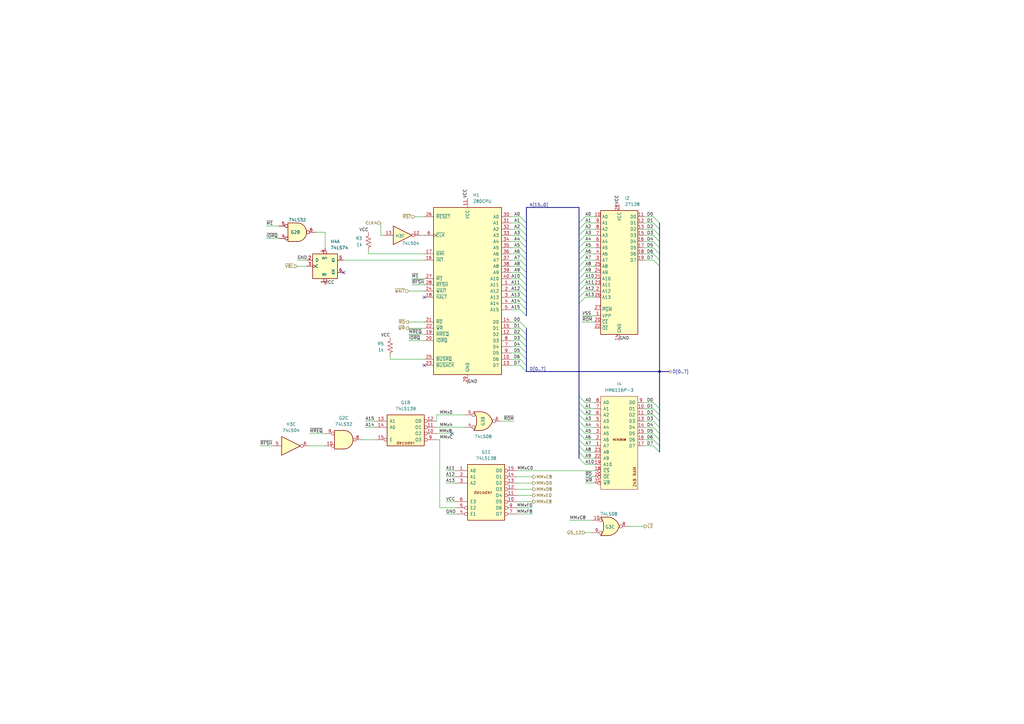
<source format=kicad_sch>
(kicad_sch (version 20231120) (generator "eeschema") (generator_version "8.0")
  (paper "A3")
  (title_block (title "Subordinate CPU") (date "2024-10-12") (company "JOTEGO") (comment 1 "Jose Tejada"))
  (lib_symbols
    (symbol "74xx:74LS04"
      (property "Reference" "U" (at 0 1.27 0))
      (property "Value" "74LS04" (at 0 -1.27 0))
      (symbol "74LS04_1_0"
        (polyline (pts (xy -3.81 3.81) (xy -3.81 -3.81) (xy 3.81 0) (xy -3.81 3.81)) (stroke (width 0.254)) (fill (type background)))
        (pin input line (at -7.62 0 0) (length 3.81) (name "~") (number "1"))
        (pin output inverted (at 7.62 0 180) (length 3.81) (name "~") (number "2"))
      )
      (symbol "74LS04_2_0"
        (polyline (pts (xy -3.81 3.81) (xy -3.81 -3.81) (xy 3.81 0) (xy -3.81 3.81)) (stroke (width 0.254)) (fill (type background)))
        (pin input line (at -7.62 0 0) (length 3.81) (name "~") (number "3"))
        (pin output inverted (at 7.62 0 180) (length 3.81) (name "~") (number "4"))
      )
      (symbol "74LS04_3_0"
        (polyline (pts (xy -3.81 3.81) (xy -3.81 -3.81) (xy 3.81 0) (xy -3.81 3.81)) (stroke (width 0.254)) (fill (type background)))
        (pin input line (at -7.62 0 0) (length 3.81) (name "~") (number "5"))
        (pin output inverted (at 7.62 0 180) (length 3.81) (name "~") (number "6"))
      )
      (symbol "74LS04_4_0"
        (polyline (pts (xy -3.81 3.81) (xy -3.81 -3.81) (xy 3.81 0) (xy -3.81 3.81)) (stroke (width 0.254)) (fill (type background)))
        (pin output inverted (at 7.62 0 180) (length 3.81) (name "~") (number "8"))
        (pin input line (at -7.62 0 0) (length 3.81) (name "~") (number "9"))
      )
      (symbol "74LS04_5_0"
        (polyline (pts (xy -3.81 3.81) (xy -3.81 -3.81) (xy 3.81 0) (xy -3.81 3.81)) (stroke (width 0.254)) (fill (type background)))
        (pin output inverted (at 7.62 0 180) (length 3.81) (name "~") (number "10"))
        (pin input line (at -7.62 0 0) (length 3.81) (name "~") (number "11"))
      )
      (symbol "74LS04_6_0"
        (polyline (pts (xy -3.81 3.81) (xy -3.81 -3.81) (xy 3.81 0) (xy -3.81 3.81)) (stroke (width 0.254)) (fill (type background)))
        (pin output inverted (at 7.62 0 180) (length 3.81) (name "~") (number "12"))
        (pin input line (at -7.62 0 0) (length 3.81) (name "~") (number "13"))
      )
      (symbol "74LS04_7_0"
        (pin power_in line (at 0 12.7 270) (length 5.08) (name "VCC") (number "14"))
        (pin power_in line (at 0 -12.7 90) (length 5.08) (name "GND") (number "7"))
      )
      (symbol "74LS04_7_1"
        (rectangle (start -5.08 7.62) (end 5.08 -7.62) (stroke (width 0.254)) (fill (type background)))
      )
    )
    (symbol "CPU:Z80CPU" (pin_names (offset 1.016))
      (property "Reference" "U" (at -13.97 35.56 0))
      (property "Value" "Z80CPU" (at 6.35 35.56 0))
      (symbol "Z80CPU_0_1"
        (rectangle (start -13.97 34.29) (end 13.97 -34.29) (stroke (width 0.254)) (fill (type background)))
      )
      (symbol "Z80CPU_1_1"
        (pin output line (at 17.78 2.54 180) (length 3.81) (name "A11") (number "1"))
        (pin bidirectional line (at 17.78 -27.94 180) (length 3.81) (name "D6") (number "10"))
        (pin power_in line (at 0 38.1 270) (length 3.81) (name "VCC") (number "11"))
        (pin bidirectional line (at 17.78 -17.78 180) (length 3.81) (name "D2") (number "12"))
        (pin bidirectional line (at 17.78 -30.48 180) (length 3.81) (name "D7") (number "13"))
        (pin bidirectional line (at 17.78 -12.7 180) (length 3.81) (name "D0") (number "14"))
        (pin bidirectional line (at 17.78 -15.24 180) (length 3.81) (name "D1") (number "15"))
        (pin input line (at -17.78 12.7 0) (length 3.81) (name "~{INT}") (number "16"))
        (pin input line (at -17.78 15.24 0) (length 3.81) (name "~{NMI}") (number "17"))
        (pin output line (at -17.78 -2.54 0) (length 3.81) (name "~{HALT}") (number "18"))
        (pin output line (at -17.78 -17.78 0) (length 3.81) (name "~{MREQ}") (number "19"))
        (pin output line (at 17.78 0 180) (length 3.81) (name "A12") (number "2"))
        (pin output line (at -17.78 -20.32 0) (length 3.81) (name "~{IORQ}") (number "20"))
        (pin output line (at -17.78 -12.7 0) (length 3.81) (name "~{RD}") (number "21"))
        (pin output line (at -17.78 -15.24 0) (length 3.81) (name "~{WR}") (number "22"))
        (pin output line (at -17.78 -30.48 0) (length 3.81) (name "~{BUSACK}") (number "23"))
        (pin input line (at -17.78 0 0) (length 3.81) (name "~{WAIT}") (number "24"))
        (pin input line (at -17.78 -27.94 0) (length 3.81) (name "~{BUSRQ}") (number "25"))
        (pin input line (at -17.78 30.48 0) (length 3.81) (name "~{RESET}") (number "26"))
        (pin output line (at -17.78 5.08 0) (length 3.81) (name "~{M1}") (number "27"))
        (pin output line (at -17.78 2.54 0) (length 3.81) (name "~{RFSH}") (number "28"))
        (pin power_in line (at 0 -38.1 90) (length 3.81) (name "GND") (number "29"))
        (pin output line (at 17.78 -2.54 180) (length 3.81) (name "A13") (number "3"))
        (pin output line (at 17.78 30.48 180) (length 3.81) (name "A0") (number "30"))
        (pin output line (at 17.78 27.94 180) (length 3.81) (name "A1") (number "31"))
        (pin output line (at 17.78 25.4 180) (length 3.81) (name "A2") (number "32"))
        (pin output line (at 17.78 22.86 180) (length 3.81) (name "A3") (number "33"))
        (pin output line (at 17.78 20.32 180) (length 3.81) (name "A4") (number "34"))
        (pin output line (at 17.78 17.78 180) (length 3.81) (name "A5") (number "35"))
        (pin output line (at 17.78 15.24 180) (length 3.81) (name "A6") (number "36"))
        (pin output line (at 17.78 12.7 180) (length 3.81) (name "A7") (number "37"))
        (pin output line (at 17.78 10.16 180) (length 3.81) (name "A8") (number "38"))
        (pin output line (at 17.78 7.62 180) (length 3.81) (name "A9") (number "39"))
        (pin output line (at 17.78 -5.08 180) (length 3.81) (name "A14") (number "4"))
        (pin output line (at 17.78 5.08 180) (length 3.81) (name "A10") (number "40"))
        (pin output line (at 17.78 -7.62 180) (length 3.81) (name "A15") (number "5"))
        (pin input clock (at -17.78 22.86 0) (length 3.81) (name "~{CLK}") (number "6"))
        (pin bidirectional line (at 17.78 -22.86 180) (length 3.81) (name "D4") (number "7"))
        (pin bidirectional line (at 17.78 -20.32 180) (length 3.81) (name "D3") (number "8"))
        (pin bidirectional line (at 17.78 -25.4 180) (length 3.81) (name "D5") (number "9"))
      )
    )
    (symbol "Device:R_US" (pin_numbers hide) (pin_names (offset 0))
      (property "Reference" "R" (at 2.54 0 90))
      (property "Value" "R_US" (at -2.54 0 90))
      (symbol "R_US_0_1"
        (polyline (pts (xy 0 -2.286) (xy 0 -2.54)))
        (polyline (pts (xy 0 2.286) (xy 0 2.54)))
        (polyline (pts (xy 0 -0.762) (xy 1.016 -1.143) (xy 0 -1.524) (xy -1.016 -1.905) (xy 0 -2.286)))
        (polyline (pts (xy 0 0.762) (xy 1.016 0.381) (xy 0 0) (xy -1.016 -0.381) (xy 0 -0.762)))
        (polyline (pts (xy 0 2.286) (xy 1.016 1.905) (xy 0 1.524) (xy -1.016 1.143) (xy 0 0.762)))
      )
      (symbol "R_US_1_1"
        (pin passive line (at 0 3.81 270) (length 1.27) (name "~") (number "1"))
        (pin passive line (at 0 -3.81 90) (length 1.27) (name "~") (number "2"))
      )
    )
    (symbol "HM6116P-3_1" (pin_names (offset 1.016))
      (property "Reference" "U" (at 0 21.59 0))
      (property "Value" "HM6116P-3" (at 1.27 19.05 0))
      (symbol "HM6116P-3_1_0_0"
        (text "2kB RAM" (at 6.35 -15.24 900) (effects (font (size 1.27 1.27))))
        (text "MCM2018" (at 0 0 0) (effects (font (size 0.762 0.762))))
      )
      (symbol "HM6116P-3_1_0_1"
        (rectangle (start -7.62 17.78) (end 7.62 -20.32) (fill (type background)))
      )
      (symbol "HM6116P-3_1_1_1"
        (pin input line (at -10.16 -2.54 0) (length 2.54) (name "A7") (number "1"))
        (pin tri_state line (at 10.16 12.7 180) (length 2.54) (name "D1") (number "10"))
        (pin tri_state line (at 10.16 10.16 180) (length 2.54) (name "D2") (number "11"))
        (pin power_in line (at 0 -20.32 90) (length 5.08) hide (name "VSS") (number "12"))
        (pin tri_state line (at 10.16 7.62 180) (length 2.54) (name "D3") (number "13"))
        (pin tri_state line (at 10.16 5.08 180) (length 2.54) (name "D4") (number "14"))
        (pin tri_state line (at 10.16 2.54 180) (length 2.54) (name "D5") (number "15"))
        (pin tri_state line (at 10.16 0 180) (length 2.54) (name "D6") (number "16"))
        (pin tri_state line (at 10.16 -2.54 180) (length 2.54) (name "D7") (number "17"))
        (pin input inverted (at -10.16 -12.7 0) (length 2.54) (name "~{CS}") (number "18"))
        (pin input line (at -10.16 -10.16 0) (length 2.54) (name "A10") (number "19"))
        (pin input line (at -10.16 0 0) (length 2.54) (name "A6") (number "2"))
        (pin input inverted (at -10.16 -15.24 0) (length 2.54) (name "~{OE}") (number "20"))
        (pin input inverted (at -10.16 -17.78 0) (length 2.54) (name "~{WR}") (number "21"))
        (pin input line (at -10.16 -7.62 0) (length 2.54) (name "A9") (number "22"))
        (pin input line (at -10.16 -5.08 0) (length 2.54) (name "A8") (number "23"))
        (pin power_in line (at 0 17.78 270) (length 5.08) hide (name "VCC") (number "24"))
        (pin input line (at -10.16 2.54 0) (length 2.54) (name "A5") (number "3"))
        (pin input line (at -10.16 5.08 0) (length 2.54) (name "A4") (number "4"))
        (pin input line (at -10.16 7.62 0) (length 2.54) (name "A3") (number "5"))
        (pin input line (at -10.16 10.16 0) (length 2.54) (name "A2") (number "6"))
        (pin input line (at -10.16 12.7 0) (length 2.54) (name "A1") (number "7"))
        (pin input line (at -10.16 15.24 0) (length 2.54) (name "A0") (number "8"))
        (pin tri_state line (at 10.16 15.24 180) (length 2.54) (name "D0") (number "9"))
      )
    )
    (symbol "Memory_EPROM:27128"
      (property "Reference" "U" (at -7.62 26.67 0))
      (property "Value" "27128" (at 2.54 -26.67 0))
      (symbol "27128_1_1"
        (rectangle (start -7.62 25.4) (end 7.62 -25.4) (stroke (width 0.254)) (fill (type background)))
        (pin input line (at -10.16 -17.78 0) (length 2.54) (name "VPP") (number "1"))
        (pin input line (at -10.16 22.86 0) (length 2.54) (name "A0") (number "10"))
        (pin tri_state line (at 10.16 22.86 180) (length 2.54) (name "D0") (number "11"))
        (pin tri_state line (at 10.16 20.32 180) (length 2.54) (name "D1") (number "12"))
        (pin tri_state line (at 10.16 17.78 180) (length 2.54) (name "D2") (number "13"))
        (pin power_in line (at 0 -27.94 90) (length 2.54) (name "GND") (number "14"))
        (pin tri_state line (at 10.16 15.24 180) (length 2.54) (name "D3") (number "15"))
        (pin tri_state line (at 10.16 12.7 180) (length 2.54) (name "D4") (number "16"))
        (pin tri_state line (at 10.16 10.16 180) (length 2.54) (name "D5") (number "17"))
        (pin tri_state line (at 10.16 7.62 180) (length 2.54) (name "D6") (number "18"))
        (pin tri_state line (at 10.16 5.08 180) (length 2.54) (name "D7") (number "19"))
        (pin input line (at -10.16 -7.62 0) (length 2.54) (name "A12") (number "2"))
        (pin input line (at -10.16 -20.32 0) (length 2.54) (name "~{CE}") (number "20"))
        (pin input line (at -10.16 -2.54 0) (length 2.54) (name "A10") (number "21"))
        (pin input line (at -10.16 -22.86 0) (length 2.54) (name "~{OE}") (number "22"))
        (pin input line (at -10.16 -5.08 0) (length 2.54) (name "A11") (number "23"))
        (pin input line (at -10.16 0 0) (length 2.54) (name "A9") (number "24"))
        (pin input line (at -10.16 2.54 0) (length 2.54) (name "A8") (number "25"))
        (pin input line (at -10.16 -10.16 0) (length 2.54) (name "A13") (number "26"))
        (pin input line (at -10.16 -15.24 0) (length 2.54) (name "~{PGM}") (number "27"))
        (pin power_in line (at 0 27.94 270) (length 2.54) (name "VCC") (number "28"))
        (pin input line (at -10.16 5.08 0) (length 2.54) (name "A7") (number "3"))
        (pin input line (at -10.16 7.62 0) (length 2.54) (name "A6") (number "4"))
        (pin input line (at -10.16 10.16 0) (length 2.54) (name "A5") (number "5"))
        (pin input line (at -10.16 12.7 0) (length 2.54) (name "A4") (number "6"))
        (pin input line (at -10.16 15.24 0) (length 2.54) (name "A3") (number "7"))
        (pin input line (at -10.16 17.78 0) (length 2.54) (name "A2") (number "8"))
        (pin input line (at -10.16 20.32 0) (length 2.54) (name "A1") (number "9"))
      )
    )
    (symbol "jt74:74LS08" (pin_names (offset 1.016))
      (property "Reference" "U" (at 0 1.27 0))
      (property "Value" "74LS08" (at 0 -1.27 0))
      (symbol "74LS08_1_1"
        (arc (start 0 -3.81) (mid 3.7934 0) (end 0 3.81) (stroke (width 0.254)) (fill (type background)))
        (polyline (pts (xy 0 3.81) (xy -3.81 3.81) (xy -3.81 -3.81) (xy 0 -3.81)) (stroke (width 0.254)) (fill (type background)))
        (pin input line (at -7.62 2.54 0) (length 3.81) (name "~") (number "1"))
        (pin input line (at -7.62 -2.54 0) (length 3.81) (name "~") (number "2"))
        (pin output line (at 7.62 0 180) (length 3.81) (name "~") (number "3"))
      )
      (symbol "74LS08_1_2"
        (arc (start -3.81 -3.81) (mid -2.589 0) (end -3.81 3.81) (stroke (width 0.254)))
        (arc (start -0.6096 -3.81) (mid 2.1842 -2.5851) (end 3.81 0) (stroke (width 0.254)) (fill (type background)))
        (polyline (pts (xy -3.81 -3.81) (xy -0.635 -3.81)) (stroke (width 0.254)) (fill (type background)))
        (polyline (pts (xy -3.81 3.81) (xy -0.635 3.81)) (stroke (width 0.254)) (fill (type background)))
        (polyline (pts (xy -0.635 3.81) (xy -3.81 3.81) (xy -3.81 3.81) (xy -3.556 3.4036) (xy -3.0226 2.2606) (xy -2.6924 1.0414) (xy -2.6162 -0.254) (xy -2.7686 -1.4986) (xy -3.175 -2.7178) (xy -3.81 -3.81) (xy -3.81 -3.81) (xy -0.635 -3.81)) (stroke (width -25.4)) (fill (type background)))
        (arc (start 3.81 0) (mid 2.1915 2.5936) (end -0.6096 3.81) (stroke (width 0.254)) (fill (type background)))
        (pin input inverted (at -7.62 2.54 0) (length 4.318) (name "~") (number "1"))
        (pin input inverted (at -7.62 -2.54 0) (length 4.318) (name "~") (number "2"))
        (pin output inverted (at 7.62 0 180) (length 3.81) (name "~") (number "3"))
      )
      (symbol "74LS08_2_1"
        (arc (start 0 -3.81) (mid 3.7934 0) (end 0 3.81) (stroke (width 0.254)) (fill (type background)))
        (polyline (pts (xy 0 3.81) (xy -3.81 3.81) (xy -3.81 -3.81) (xy 0 -3.81)) (stroke (width 0.254)) (fill (type background)))
        (pin input line (at -7.62 2.54 0) (length 3.81) (name "~") (number "4"))
        (pin input line (at -7.62 -2.54 0) (length 3.81) (name "~") (number "5"))
        (pin output line (at 7.62 0 180) (length 3.81) (name "~") (number "6"))
      )
      (symbol "74LS08_2_2"
        (arc (start -3.81 -3.81) (mid -2.589 0) (end -3.81 3.81) (stroke (width 0.254)))
        (arc (start -0.6096 -3.81) (mid 2.1842 -2.5851) (end 3.81 0) (stroke (width 0.254)) (fill (type background)))
        (polyline (pts (xy -3.81 -3.81) (xy -0.635 -3.81)) (stroke (width 0.254)) (fill (type background)))
        (polyline (pts (xy -3.81 3.81) (xy -0.635 3.81)) (stroke (width 0.254)) (fill (type background)))
        (polyline (pts (xy -0.635 3.81) (xy -3.81 3.81) (xy -3.81 3.81) (xy -3.556 3.4036) (xy -3.0226 2.2606) (xy -2.6924 1.0414) (xy -2.6162 -0.254) (xy -2.7686 -1.4986) (xy -3.175 -2.7178) (xy -3.81 -3.81) (xy -3.81 -3.81) (xy -0.635 -3.81)) (stroke (width -25.4)) (fill (type background)))
        (arc (start 3.81 0) (mid 2.1915 2.5936) (end -0.6096 3.81) (stroke (width 0.254)) (fill (type background)))
        (pin input inverted (at -7.62 2.54 0) (length 4.318) (name "~") (number "4"))
        (pin input inverted (at -7.62 -2.54 0) (length 4.318) (name "~") (number "5"))
        (pin output inverted (at 7.62 0 180) (length 3.81) (name "~") (number "6"))
      )
      (symbol "74LS08_3_1"
        (arc (start 0 -3.81) (mid 3.7934 0) (end 0 3.81) (stroke (width 0.254)) (fill (type background)))
        (polyline (pts (xy 0 3.81) (xy -3.81 3.81) (xy -3.81 -3.81) (xy 0 -3.81)) (stroke (width 0.254)) (fill (type background)))
        (pin input line (at -7.62 -2.54 0) (length 3.81) (name "~") (number "10"))
        (pin output line (at 7.62 0 180) (length 3.81) (name "~") (number "8"))
        (pin input line (at -7.62 2.54 0) (length 3.81) (name "~") (number "9"))
      )
      (symbol "74LS08_3_2"
        (arc (start -3.81 -3.81) (mid -2.589 0) (end -3.81 3.81) (stroke (width 0.254)))
        (arc (start -0.6096 -3.81) (mid 2.1842 -2.5851) (end 3.81 0) (stroke (width 0.254)) (fill (type background)))
        (polyline (pts (xy -3.81 -3.81) (xy -0.635 -3.81)) (stroke (width 0.254)) (fill (type background)))
        (polyline (pts (xy -3.81 3.81) (xy -0.635 3.81)) (stroke (width 0.254)) (fill (type background)))
        (polyline (pts (xy -0.635 3.81) (xy -3.81 3.81) (xy -3.81 3.81) (xy -3.556 3.4036) (xy -3.0226 2.2606) (xy -2.6924 1.0414) (xy -2.6162 -0.254) (xy -2.7686 -1.4986) (xy -3.175 -2.7178) (xy -3.81 -3.81) (xy -3.81 -3.81) (xy -0.635 -3.81)) (stroke (width -25.4)) (fill (type background)))
        (arc (start 3.81 0) (mid 2.1915 2.5936) (end -0.6096 3.81) (stroke (width 0.254)) (fill (type background)))
        (pin input inverted (at -7.62 -2.54 0) (length 4.318) (name "~") (number "10"))
        (pin output inverted (at 7.62 0 180) (length 3.81) (name "~") (number "8"))
        (pin input inverted (at -7.62 2.54 0) (length 4.318) (name "~") (number "9"))
      )
      (symbol "74LS08_4_1"
        (arc (start 0 -3.81) (mid 3.7934 0) (end 0 3.81) (stroke (width 0.254)) (fill (type background)))
        (polyline (pts (xy 0 3.81) (xy -3.81 3.81) (xy -3.81 -3.81) (xy 0 -3.81)) (stroke (width 0.254)) (fill (type background)))
        (pin output line (at 7.62 0 180) (length 3.81) (name "~") (number "11"))
        (pin input line (at -7.62 2.54 0) (length 3.81) (name "~") (number "12"))
        (pin input line (at -7.62 -2.54 0) (length 3.81) (name "~") (number "13"))
      )
      (symbol "74LS08_4_2"
        (arc (start -3.81 -3.81) (mid -2.589 0) (end -3.81 3.81) (stroke (width 0.254)))
        (arc (start -0.6096 -3.81) (mid 2.1842 -2.5851) (end 3.81 0) (stroke (width 0.254)) (fill (type background)))
        (polyline (pts (xy -3.81 -3.81) (xy -0.635 -3.81)) (stroke (width 0.254)) (fill (type background)))
        (polyline (pts (xy -3.81 3.81) (xy -0.635 3.81)) (stroke (width 0.254)) (fill (type background)))
        (polyline (pts (xy -0.635 3.81) (xy -3.81 3.81) (xy -3.81 3.81) (xy -3.556 3.4036) (xy -3.0226 2.2606) (xy -2.6924 1.0414) (xy -2.6162 -0.254) (xy -2.7686 -1.4986) (xy -3.175 -2.7178) (xy -3.81 -3.81) (xy -3.81 -3.81) (xy -0.635 -3.81)) (stroke (width -25.4)) (fill (type background)))
        (arc (start 3.81 0) (mid 2.1915 2.5936) (end -0.6096 3.81) (stroke (width 0.254)) (fill (type background)))
        (pin output inverted (at 7.62 0 180) (length 3.81) (name "~") (number "11"))
        (pin input inverted (at -7.62 2.54 0) (length 4.318) (name "~") (number "12"))
        (pin input inverted (at -7.62 -2.54 0) (length 4.318) (name "~") (number "13"))
      )
      (symbol "74LS08_5_0"
        (pin power_in line (at 0 7.62 270) (length 5.08) hide (name "VCC") (number "14"))
        (pin power_in line (at 0 -7.62 90) (length 5.08) hide (name "VSS") (number "7"))
      )
      (symbol "74LS08_5_1"
        (rectangle (start -5.08 7.62) (end 5.08 -7.62) (stroke (width 0.254)) (fill (type background)))
      )
    )
    (symbol "jt74:74LS138" (pin_names (offset 1.016))
      (property "Reference" "U" (at 6.35 11.43 0))
      (property "Value" "74LS138" (at 3.81 -13.97 0))
      (symbol "74LS138_0_0"
        (text "decoder" (at -1.27 -1.27 0) (effects (font (size 1.27 1.27))))
      )
      (symbol "74LS138_1_0"
        (pin input line (at -12.7 7.62 0) (length 5.08) (name "A0") (number "1"))
        (pin output inverted (at 12.7 -5.08 180) (length 5.08) (name "O5") (number "10"))
        (pin output inverted (at 12.7 -2.54 180) (length 5.08) (name "O4") (number "11"))
        (pin output inverted (at 12.7 0 180) (length 5.08) (name "O3") (number "12"))
        (pin output inverted (at 12.7 2.54 180) (length 5.08) (name "O2") (number "13"))
        (pin output inverted (at 12.7 5.08 180) (length 5.08) (name "O1") (number "14"))
        (pin output inverted (at 12.7 7.62 180) (length 5.08) (name "O0") (number "15"))
        (pin input line (at -12.7 5.08 0) (length 5.08) (name "A1") (number "2"))
        (pin input line (at -12.7 2.54 0) (length 5.08) (name "A2") (number "3"))
        (pin input inverted (at -12.7 -10.16 0) (length 5.08) (name "E1") (number "4"))
        (pin input inverted (at -12.7 -7.62 0) (length 5.08) (name "E2") (number "5"))
        (pin input line (at -12.7 -5.08 0) (length 5.08) (name "E3") (number "6"))
        (pin output inverted (at 12.7 -10.16 180) (length 5.08) (name "O7") (number "7"))
        (pin output inverted (at 12.7 -7.62 180) (length 5.08) (name "O6") (number "9"))
      )
      (symbol "74LS138_1_1"
        (rectangle (start -7.62 10.16) (end 7.62 -12.7) (stroke (width 0.254)) (fill (type background)))
      )
    )
    (symbol "jt74:74LS139" (pin_names (offset 1.016))
      (property "Reference" "U" (at -7.62 8.89 0))
      (property "Value" "74LS139" (at -7.62 -8.89 0))
      (symbol "74LS139_0_0"
        (text "decoder" (at 0 -6.35 0) (effects (font (size 1.27 1.27))))
      )
      (symbol "74LS139_1_0"
        (pin input inverted (at -12.7 -5.08 0) (length 5.08) (name "E") (number "1"))
        (pin input line (at -12.7 0 0) (length 5.08) (name "A0") (number "2"))
        (pin input line (at -12.7 2.54 0) (length 5.08) (name "A1") (number "3"))
        (pin output inverted (at 12.7 2.54 180) (length 5.08) (name "O0") (number "4"))
        (pin output inverted (at 12.7 0 180) (length 5.08) (name "O1") (number "5"))
        (pin output inverted (at 12.7 -2.54 180) (length 5.08) (name "O2") (number "6"))
        (pin output inverted (at 12.7 -5.08 180) (length 5.08) (name "O3") (number "7"))
      )
      (symbol "74LS139_1_1"
        (rectangle (start -7.62 5.08) (end 7.62 -7.62) (stroke (width 0.254)) (fill (type background)))
      )
      (symbol "74LS139_2_0"
        (pin output inverted (at 12.7 -2.54 180) (length 5.08) (name "O2") (number "10"))
        (pin output inverted (at 12.7 0 180) (length 5.08) (name "O1") (number "11"))
        (pin output inverted (at 12.7 2.54 180) (length 5.08) (name "O0") (number "12"))
        (pin input line (at -12.7 2.54 0) (length 5.08) (name "A1") (number "13"))
        (pin input line (at -12.7 0 0) (length 5.08) (name "A0") (number "14"))
        (pin input inverted (at -12.7 -5.08 0) (length 5.08) (name "E") (number "15"))
        (pin output inverted (at 12.7 -5.08 180) (length 5.08) (name "O3") (number "9"))
      )
      (symbol "74LS139_2_1"
        (rectangle (start -7.62 5.08) (end 7.62 -7.62) (stroke (width 0.254)) (fill (type background)))
      )
      (symbol "74LS139_3_0"
        (pin power_in line (at 0 7.62 270) (length 5.08) hide (name "VCC") (number "16"))
        (pin power_in line (at 0 -7.62 90) (length 5.08) hide (name "VSS") (number "8"))
      )
      (symbol "74LS139_3_1"
        (rectangle (start -5.08 7.62) (end 5.08 -7.62) (stroke (width 0.254)) (fill (type background)))
      )
    )
    (symbol "jt74:74LS32" (pin_names (offset 1.016))
      (property "Reference" "U" (at 0 1.27 0))
      (property "Value" "74LS32" (at 0 -1.27 0))
      (symbol "74LS32_1_1"
        (arc (start -3.81 -3.81) (mid -2.589 0) (end -3.81 3.81) (stroke (width 0.254)))
        (arc (start -0.6096 -3.81) (mid 2.1842 -2.5851) (end 3.81 0) (stroke (width 0.254)) (fill (type background)))
        (polyline (pts (xy -3.81 -3.81) (xy -0.635 -3.81)) (stroke (width 0.254)) (fill (type background)))
        (polyline (pts (xy -3.81 3.81) (xy -0.635 3.81)) (stroke (width 0.254)) (fill (type background)))
        (polyline (pts (xy -0.635 3.81) (xy -3.81 3.81) (xy -3.81 3.81) (xy -3.556 3.4036) (xy -3.0226 2.2606) (xy -2.6924 1.0414) (xy -2.6162 -0.254) (xy -2.7686 -1.4986) (xy -3.175 -2.7178) (xy -3.81 -3.81) (xy -3.81 -3.81) (xy -0.635 -3.81)) (stroke (width -25.4)) (fill (type background)))
        (arc (start 3.81 0) (mid 2.1915 2.5936) (end -0.6096 3.81) (stroke (width 0.254)) (fill (type background)))
        (pin input line (at -7.62 2.54 0) (length 4.318) (name "~") (number "1"))
        (pin input line (at -7.62 -2.54 0) (length 4.318) (name "~") (number "2"))
        (pin output line (at 7.62 0 180) (length 3.81) (name "~") (number "3"))
      )
      (symbol "74LS32_1_2"
        (arc (start 0 -3.81) (mid 3.7934 0) (end 0 3.81) (stroke (width 0.254)) (fill (type background)))
        (polyline (pts (xy 0 3.81) (xy -3.81 3.81) (xy -3.81 -3.81) (xy 0 -3.81)) (stroke (width 0.254)) (fill (type background)))
        (pin input inverted (at -7.62 2.54 0) (length 3.81) (name "~") (number "1"))
        (pin input inverted (at -7.62 -2.54 0) (length 3.81) (name "~") (number "2"))
        (pin output inverted (at 7.62 0 180) (length 3.81) (name "~") (number "3"))
      )
      (symbol "74LS32_2_1"
        (arc (start -3.81 -3.81) (mid -2.589 0) (end -3.81 3.81) (stroke (width 0.254)))
        (arc (start -0.6096 -3.81) (mid 2.1842 -2.5851) (end 3.81 0) (stroke (width 0.254)) (fill (type background)))
        (polyline (pts (xy -3.81 -3.81) (xy -0.635 -3.81)) (stroke (width 0.254)) (fill (type background)))
        (polyline (pts (xy -3.81 3.81) (xy -0.635 3.81)) (stroke (width 0.254)) (fill (type background)))
        (polyline (pts (xy -0.635 3.81) (xy -3.81 3.81) (xy -3.81 3.81) (xy -3.556 3.4036) (xy -3.0226 2.2606) (xy -2.6924 1.0414) (xy -2.6162 -0.254) (xy -2.7686 -1.4986) (xy -3.175 -2.7178) (xy -3.81 -3.81) (xy -3.81 -3.81) (xy -0.635 -3.81)) (stroke (width -25.4)) (fill (type background)))
        (arc (start 3.81 0) (mid 2.1915 2.5936) (end -0.6096 3.81) (stroke (width 0.254)) (fill (type background)))
        (pin input line (at -7.62 2.54 0) (length 4.318) (name "~") (number "4"))
        (pin input line (at -7.62 -2.54 0) (length 4.318) (name "~") (number "5"))
        (pin output line (at 7.62 0 180) (length 3.81) (name "~") (number "6"))
      )
      (symbol "74LS32_2_2"
        (arc (start 0 -3.81) (mid 3.7934 0) (end 0 3.81) (stroke (width 0.254)) (fill (type background)))
        (polyline (pts (xy 0 3.81) (xy -3.81 3.81) (xy -3.81 -3.81) (xy 0 -3.81)) (stroke (width 0.254)) (fill (type background)))
        (pin input inverted (at -7.62 2.54 0) (length 3.81) (name "~") (number "4"))
        (pin input inverted (at -7.62 -2.54 0) (length 3.81) (name "~") (number "5"))
        (pin output inverted (at 7.62 0 180) (length 3.81) (name "~") (number "6"))
      )
      (symbol "74LS32_3_1"
        (arc (start -3.81 -3.81) (mid -2.589 0) (end -3.81 3.81) (stroke (width 0.254)))
        (arc (start -0.6096 -3.81) (mid 2.1842 -2.5851) (end 3.81 0) (stroke (width 0.254)) (fill (type background)))
        (polyline (pts (xy -3.81 -3.81) (xy -0.635 -3.81)) (stroke (width 0.254)) (fill (type background)))
        (polyline (pts (xy -3.81 3.81) (xy -0.635 3.81)) (stroke (width 0.254)) (fill (type background)))
        (polyline (pts (xy -0.635 3.81) (xy -3.81 3.81) (xy -3.81 3.81) (xy -3.556 3.4036) (xy -3.0226 2.2606) (xy -2.6924 1.0414) (xy -2.6162 -0.254) (xy -2.7686 -1.4986) (xy -3.175 -2.7178) (xy -3.81 -3.81) (xy -3.81 -3.81) (xy -0.635 -3.81)) (stroke (width -25.4)) (fill (type background)))
        (arc (start 3.81 0) (mid 2.1915 2.5936) (end -0.6096 3.81) (stroke (width 0.254)) (fill (type background)))
        (pin input line (at -7.62 -2.54 0) (length 4.318) (name "~") (number "10"))
        (pin output line (at 7.62 0 180) (length 3.81) (name "~") (number "8"))
        (pin input line (at -7.62 2.54 0) (length 4.318) (name "~") (number "9"))
      )
      (symbol "74LS32_3_2"
        (arc (start 0 -3.81) (mid 3.7934 0) (end 0 3.81) (stroke (width 0.254)) (fill (type background)))
        (polyline (pts (xy 0 3.81) (xy -3.81 3.81) (xy -3.81 -3.81) (xy 0 -3.81)) (stroke (width 0.254)) (fill (type background)))
        (pin input inverted (at -7.62 -2.54 0) (length 3.81) (name "~") (number "10"))
        (pin output inverted (at 7.62 0 180) (length 3.81) (name "~") (number "8"))
        (pin input inverted (at -7.62 2.54 0) (length 3.81) (name "~") (number "9"))
      )
      (symbol "74LS32_4_1"
        (arc (start -3.81 -3.81) (mid -2.589 0) (end -3.81 3.81) (stroke (width 0.254)))
        (arc (start -0.6096 -3.81) (mid 2.1842 -2.5851) (end 3.81 0) (stroke (width 0.254)) (fill (type background)))
        (polyline (pts (xy -3.81 -3.81) (xy -0.635 -3.81)) (stroke (width 0.254)) (fill (type background)))
        (polyline (pts (xy -3.81 3.81) (xy -0.635 3.81)) (stroke (width 0.254)) (fill (type background)))
        (polyline (pts (xy -0.635 3.81) (xy -3.81 3.81) (xy -3.81 3.81) (xy -3.556 3.4036) (xy -3.0226 2.2606) (xy -2.6924 1.0414) (xy -2.6162 -0.254) (xy -2.7686 -1.4986) (xy -3.175 -2.7178) (xy -3.81 -3.81) (xy -3.81 -3.81) (xy -0.635 -3.81)) (stroke (width -25.4)) (fill (type background)))
        (arc (start 3.81 0) (mid 2.1915 2.5936) (end -0.6096 3.81) (stroke (width 0.254)) (fill (type background)))
        (pin output line (at 7.62 0 180) (length 3.81) (name "~") (number "11"))
        (pin input line (at -7.62 2.54 0) (length 4.318) (name "~") (number "12"))
        (pin input line (at -7.62 -2.54 0) (length 4.318) (name "~") (number "13"))
      )
      (symbol "74LS32_4_2"
        (arc (start 0 -3.81) (mid 3.7934 0) (end 0 3.81) (stroke (width 0.254)) (fill (type background)))
        (polyline (pts (xy 0 3.81) (xy -3.81 3.81) (xy -3.81 -3.81) (xy 0 -3.81)) (stroke (width 0.254)) (fill (type background)))
        (pin output inverted (at 7.62 0 180) (length 3.81) (name "~") (number "11"))
        (pin input inverted (at -7.62 2.54 0) (length 3.81) (name "~") (number "12"))
        (pin input inverted (at -7.62 -2.54 0) (length 3.81) (name "~") (number "13"))
      )
      (symbol "74LS32_5_0"
        (pin power_in line (at 0 7.62 270) (length 5.08) hide (name "VCC") (number "14"))
        (pin power_in line (at 0 -7.62 90) (length 5.08) hide (name "VSS") (number "7"))
      )
      (symbol "74LS32_5_1"
        (rectangle (start -5.08 7.62) (end 5.08 -7.62) (stroke (width 0.254)) (fill (type background)))
      )
    )
    (symbol "jt74:74LS74" (pin_names (offset 1.016))
      (property "Reference" "U" (at 3.81 5.08 0))
      (property "Value" "74LS74" (at 0 0 0))
      (symbol "74LS74_1_0"
        (pin input inverted (at 0 -7.62 90) (length 2.54) (name "~{R}") (number "1"))
        (pin input line (at -7.62 2.54 0) (length 2.54) (name "D") (number "2"))
        (pin input clock (at -7.62 0 0) (length 2.54) (name "C") (number "3"))
        (pin input inverted (at 0 7.62 270) (length 2.54) (name "~{S}") (number "4"))
        (pin output line (at 7.62 2.54 180) (length 2.54) (name "Q") (number "5"))
        (pin output line (at 7.62 -2.54 180) (length 2.54) (name "~{Q}") (number "6"))
      )
      (symbol "74LS74_1_1"
        (rectangle (start -5.08 5.08) (end 5.08 -5.08) (stroke (width 0.254)) (fill (type background)))
      )
      (symbol "74LS74_2_0"
        (pin input clock (at -7.62 0 0) (length 2.54) (name "C") (number "11"))
        (pin input line (at -7.62 2.54 0) (length 2.54) (name "D") (number "12"))
        (pin input line (at 0 -7.62 90) (length 2.54) (name "~{R}") (number "13"))
        (pin output inverted (at 7.62 -2.54 180) (length 2.54) (name "~{Q}") (number "8"))
        (pin output line (at 7.62 2.54 180) (length 2.54) (name "Q") (number "9"))
      )
      (symbol "74LS74_2_1"
        (rectangle (start -5.08 5.08) (end 5.08 -5.08) (stroke (width 0.254)) (fill (type background)))
        (pin input line (at 0 7.62 270) (length 2.54) (name "~{S}") (number "10"))
      )
      (symbol "74LS74_3_0"
        (pin power_in line (at 0 7.62 270) (length 2.54) hide (name "VCC") (number "14"))
        (pin power_in line (at 0 -7.62 90) (length 2.54) hide (name "VSS") (number "7"))
      )
      (symbol "74LS74_3_1"
        (rectangle (start -5.08 7.62) (end 5.08 -7.62) (stroke (width 0.254)) (fill (type background)))
      )
    )
  )
  (junction (at 270.51 152.4))
  (no_connect (at 173.99 121.92))
  (no_connect (at 185.42 177.8))
  (no_connect (at 173.99 149.86))
  (no_connect (at 140.97 111.76))
  (bus_entry (at 267.97 170.18) (size 2.54 2.54))
  (bus_entry (at 213.36 121.92) (size 2.54 2.54))
  (bus_entry (at 240.03 187.96) (size -2.54 -2.54))
  (bus_entry (at 213.36 104.14) (size 2.54 2.54))
  (bus_entry (at 213.36 124.46) (size 2.54 2.54))
  (bus_entry (at 267.97 101.6) (size 2.54 2.54))
  (bus_entry (at 240.03 106.68) (size -2.54 2.54))
  (bus_entry (at 240.03 104.14) (size -2.54 2.54))
  (bus_entry (at 213.36 137.16) (size 2.54 2.54))
  (bus_entry (at 240.03 119.38) (size -2.54 2.54))
  (bus_entry (at 240.03 167.64) (size -2.54 -2.54))
  (bus_entry (at 240.03 172.72) (size -2.54 -2.54))
  (bus_entry (at 213.36 119.38) (size 2.54 2.54))
  (bus_entry (at 240.03 101.6) (size -2.54 2.54))
  (bus_entry (at 267.97 93.98) (size 2.54 2.54))
  (bus_entry (at 240.03 190.5) (size -2.54 -2.54))
  (bus_entry (at 213.36 149.86) (size 2.54 2.54))
  (bus_entry (at 213.36 101.6) (size 2.54 2.54))
  (bus_entry (at 267.97 182.88) (size 2.54 2.54))
  (bus_entry (at 267.97 165.1) (size 2.54 2.54))
  (bus_entry (at 240.03 165.1) (size -2.54 -2.54))
  (bus_entry (at 213.36 116.84) (size 2.54 2.54))
  (bus_entry (at 240.03 175.26) (size -2.54 -2.54))
  (bus_entry (at 240.03 177.8) (size -2.54 -2.54))
  (bus_entry (at 240.03 170.18) (size -2.54 -2.54))
  (bus_entry (at 213.36 111.76) (size 2.54 2.54))
  (bus_entry (at 213.36 96.52) (size 2.54 2.54))
  (bus_entry (at 213.36 127) (size 2.54 2.54))
  (bus_entry (at 240.03 116.84) (size -2.54 2.54))
  (bus_entry (at 240.03 109.22) (size -2.54 2.54))
  (bus_entry (at 213.36 147.32) (size 2.54 2.54))
  (bus_entry (at 240.03 185.42) (size -2.54 -2.54))
  (bus_entry (at 240.03 111.76) (size -2.54 2.54))
  (bus_entry (at 267.97 177.8) (size 2.54 2.54))
  (bus_entry (at 213.36 99.06) (size 2.54 2.54))
  (bus_entry (at 213.36 132.08) (size 2.54 2.54))
  (bus_entry (at 240.03 91.44) (size -2.54 2.54))
  (bus_entry (at 213.36 91.44) (size 2.54 2.54))
  (bus_entry (at 267.97 99.06) (size 2.54 2.54))
  (bus_entry (at 267.97 88.9) (size 2.54 2.54))
  (bus_entry (at 213.36 134.62) (size 2.54 2.54))
  (bus_entry (at 240.03 93.98) (size -2.54 2.54))
  (bus_entry (at 267.97 172.72) (size 2.54 2.54))
  (bus_entry (at 267.97 91.44) (size 2.54 2.54))
  (bus_entry (at 240.03 182.88) (size -2.54 -2.54))
  (bus_entry (at 267.97 175.26) (size 2.54 2.54))
  (bus_entry (at 213.36 106.68) (size 2.54 2.54))
  (bus_entry (at 213.36 144.78) (size 2.54 2.54))
  (bus_entry (at 240.03 180.34) (size -2.54 -2.54))
  (bus_entry (at 267.97 104.14) (size 2.54 2.54))
  (bus_entry (at 213.36 114.3) (size 2.54 2.54))
  (bus_entry (at 267.97 106.68) (size 2.54 2.54))
  (bus_entry (at 240.03 99.06) (size -2.54 2.54))
  (bus_entry (at 213.36 88.9) (size 2.54 2.54))
  (bus_entry (at 213.36 139.7) (size 2.54 2.54))
  (bus_entry (at 240.03 96.52) (size -2.54 2.54))
  (bus_entry (at 267.97 96.52) (size 2.54 2.54))
  (bus_entry (at 267.97 180.34) (size 2.54 2.54))
  (bus_entry (at 240.03 114.3) (size -2.54 2.54))
  (bus_entry (at 240.03 121.92) (size -2.54 2.54))
  (bus_entry (at 213.36 93.98) (size 2.54 2.54))
  (bus_entry (at 240.03 88.9) (size -2.54 2.54))
  (bus_entry (at 213.36 109.22) (size 2.54 2.54))
  (bus_entry (at 267.97 167.64) (size 2.54 2.54))
  (bus_entry (at 213.36 142.24) (size 2.54 2.54))
  (wire (pts (xy 167.64 139.7) (xy 173.99 139.7)))
  (wire (pts (xy 180.34 208.28) (xy 186.69 208.28)))
  (bus (pts (xy 215.9 147.32) (xy 215.9 149.86)))
  (bus (pts (xy 215.9 127) (xy 215.9 124.46)))
  (wire (pts (xy 209.55 127) (xy 213.36 127)))
  (wire (pts (xy 264.16 180.34) (xy 267.97 180.34)))
  (bus (pts (xy 215.9 119.38) (xy 215.9 116.84)))
  (wire (pts (xy 209.55 137.16) (xy 213.36 137.16)))
  (bus (pts (xy 215.9 116.84) (xy 215.9 114.3)))
  (wire (pts (xy 243.84 116.84) (xy 240.03 116.84)))
  (bus (pts (xy 237.49 180.34) (xy 237.49 182.88)))
  (wire (pts (xy 243.84 96.52) (xy 240.03 96.52)))
  (wire (pts (xy 180.34 180.34) (xy 179.07 180.34)))
  (bus (pts (xy 215.9 99.06) (xy 215.9 96.52)))
  (wire (pts (xy 264.16 99.06) (xy 267.97 99.06)))
  (bus (pts (xy 237.49 175.26) (xy 237.49 177.8)))
  (wire (pts (xy 209.55 109.22) (xy 213.36 109.22)))
  (wire (pts (xy 264.16 215.9) (xy 257.81 215.9)))
  (wire (pts (xy 212.09 210.82) (xy 218.44 210.82)))
  (wire (pts (xy 180.34 180.34) (xy 180.34 208.28)))
  (wire (pts (xy 182.88 198.12) (xy 186.69 198.12)))
  (wire (pts (xy 209.55 93.98) (xy 213.36 93.98)))
  (bus (pts (xy 237.49 114.3) (xy 237.49 116.84)))
  (wire (pts (xy 240.03 198.12) (xy 243.84 198.12)))
  (wire (pts (xy 243.84 93.98) (xy 240.03 93.98)))
  (wire (pts (xy 218.44 195.58) (xy 212.09 195.58)))
  (wire (pts (xy 264.16 88.9) (xy 267.97 88.9)))
  (wire (pts (xy 264.16 167.64) (xy 267.97 167.64)))
  (bus (pts (xy 270.51 104.14) (xy 270.51 106.68)))
  (wire (pts (xy 179.07 170.18) (xy 190.5 170.18)))
  (wire (pts (xy 264.16 96.52) (xy 267.97 96.52)))
  (wire (pts (xy 133.35 95.25) (xy 133.35 101.6)))
  (bus (pts (xy 237.49 96.52) (xy 237.49 99.06)))
  (wire (pts (xy 167.64 134.62) (xy 173.99 134.62)))
  (wire (pts (xy 212.09 205.74) (xy 218.44 205.74)))
  (wire (pts (xy 264.16 106.68) (xy 267.97 106.68)))
  (wire (pts (xy 209.55 134.62) (xy 213.36 134.62)))
  (wire (pts (xy 243.84 114.3) (xy 240.03 114.3)))
  (wire (pts (xy 243.84 111.76) (xy 240.03 111.76)))
  (bus (pts (xy 270.51 180.34) (xy 270.51 182.88)))
  (wire (pts (xy 106.68 182.88) (xy 111.76 182.88)))
  (wire (pts (xy 212.09 198.12) (xy 218.44 198.12)))
  (wire (pts (xy 149.86 172.72) (xy 153.67 172.72)))
  (bus (pts (xy 270.51 167.64) (xy 270.51 170.18)))
  (bus (pts (xy 270.51 106.68) (xy 270.51 109.22)))
  (wire (pts (xy 264.16 101.6) (xy 267.97 101.6)))
  (wire (pts (xy 182.88 195.58) (xy 186.69 195.58)))
  (wire (pts (xy 264.16 170.18) (xy 267.97 170.18)))
  (bus (pts (xy 215.9 104.14) (xy 215.9 101.6)))
  (wire (pts (xy 209.55 147.32) (xy 213.36 147.32)))
  (bus (pts (xy 270.51 152.4) (xy 270.51 167.64)))
  (bus (pts (xy 215.9 139.7) (xy 215.9 142.24)))
  (wire (pts (xy 243.84 180.34) (xy 240.03 180.34)))
  (wire (pts (xy 121.92 109.22) (xy 125.73 109.22)))
  (wire (pts (xy 243.84 106.68) (xy 240.03 106.68)))
  (wire (pts (xy 264.16 182.88) (xy 267.97 182.88)))
  (bus (pts (xy 237.49 104.14) (xy 237.49 106.68)))
  (bus (pts (xy 270.51 91.44) (xy 270.51 93.98)))
  (wire (pts (xy 209.55 116.84) (xy 213.36 116.84)))
  (wire (pts (xy 209.55 139.7) (xy 213.36 139.7)))
  (wire (pts (xy 264.16 91.44) (xy 267.97 91.44)))
  (wire (pts (xy 209.55 142.24) (xy 213.36 142.24)))
  (wire (pts (xy 209.55 114.3) (xy 213.36 114.3)))
  (wire (pts (xy 243.84 190.5) (xy 240.03 190.5)))
  (wire (pts (xy 156.21 96.52) (xy 157.48 96.52)))
  (bus (pts (xy 237.49 124.46) (xy 237.49 162.56)))
  (wire (pts (xy 264.16 165.1) (xy 267.97 165.1)))
  (wire (pts (xy 109.22 97.79) (xy 114.3 97.79)))
  (wire (pts (xy 240.03 195.58) (xy 243.84 195.58)))
  (wire (pts (xy 240.03 218.44) (xy 242.57 218.44)))
  (wire (pts (xy 243.84 165.1) (xy 240.03 165.1)))
  (wire (pts (xy 160.02 147.32) (xy 160.02 146.05)))
  (bus (pts (xy 270.51 96.52) (xy 270.51 99.06)))
  (wire (pts (xy 264.16 93.98) (xy 267.97 93.98)))
  (bus (pts (xy 237.49 119.38) (xy 237.49 121.92)))
  (bus (pts (xy 237.49 170.18) (xy 237.49 172.72)))
  (wire (pts (xy 243.84 182.88) (xy 240.03 182.88)))
  (wire (pts (xy 209.55 101.6) (xy 213.36 101.6)))
  (wire (pts (xy 243.84 88.9) (xy 240.03 88.9)))
  (wire (pts (xy 264.16 175.26) (xy 267.97 175.26)))
  (wire (pts (xy 121.92 106.68) (xy 125.73 106.68)))
  (bus (pts (xy 270.51 109.22) (xy 270.51 152.4)))
  (wire (pts (xy 172.72 96.52) (xy 173.99 96.52)))
  (wire (pts (xy 179.07 172.72) (xy 179.07 170.18)))
  (wire (pts (xy 212.09 208.28) (xy 218.44 208.28)))
  (wire (pts (xy 212.09 200.66) (xy 218.44 200.66)))
  (bus (pts (xy 237.49 165.1) (xy 237.49 167.64)))
  (wire (pts (xy 170.18 88.9) (xy 173.99 88.9)))
  (bus (pts (xy 215.9 137.16) (xy 215.9 139.7)))
  (wire (pts (xy 182.88 205.74) (xy 186.69 205.74)))
  (wire (pts (xy 209.55 104.14) (xy 213.36 104.14)))
  (wire (pts (xy 148.59 180.34) (xy 153.67 180.34)))
  (bus (pts (xy 215.9 109.22) (xy 215.9 106.68)))
  (bus (pts (xy 237.49 162.56) (xy 237.49 165.1)))
  (bus (pts (xy 270.51 152.4) (xy 274.32 152.4)))
  (wire (pts (xy 151.13 102.87) (xy 151.13 104.14)))
  (wire (pts (xy 127 177.8) (xy 133.35 177.8)))
  (bus (pts (xy 270.51 93.98) (xy 270.51 96.52)))
  (wire (pts (xy 243.84 99.06) (xy 240.03 99.06)))
  (wire (pts (xy 243.84 109.22) (xy 240.03 109.22)))
  (wire (pts (xy 209.55 149.86) (xy 213.36 149.86)))
  (bus (pts (xy 237.49 109.22) (xy 237.49 111.76)))
  (bus (pts (xy 237.49 182.88) (xy 237.49 185.42)))
  (wire (pts (xy 209.55 121.92) (xy 213.36 121.92)))
  (wire (pts (xy 243.84 121.92) (xy 240.03 121.92)))
  (wire (pts (xy 179.07 177.8) (xy 185.42 177.8)))
  (wire (pts (xy 233.68 213.36) (xy 242.57 213.36)))
  (bus (pts (xy 237.49 121.92) (xy 237.49 124.46)))
  (bus (pts (xy 237.49 177.8) (xy 237.49 180.34)))
  (wire (pts (xy 243.84 104.14) (xy 240.03 104.14)))
  (wire (pts (xy 243.84 170.18) (xy 240.03 170.18)))
  (bus (pts (xy 215.9 152.4) (xy 270.51 152.4)))
  (bus (pts (xy 270.51 99.06) (xy 270.51 101.6)))
  (bus (pts (xy 215.9 114.3) (xy 215.9 111.76)))
  (wire (pts (xy 243.84 175.26) (xy 240.03 175.26)))
  (wire (pts (xy 209.55 99.06) (xy 213.36 99.06)))
  (bus (pts (xy 237.49 167.64) (xy 237.49 170.18)))
  (wire (pts (xy 209.55 106.68) (xy 213.36 106.68)))
  (bus (pts (xy 215.9 129.54) (xy 215.9 127)))
  (wire (pts (xy 173.99 147.32) (xy 160.02 147.32)))
  (bus (pts (xy 215.9 106.68) (xy 215.9 104.14)))
  (bus (pts (xy 237.49 85.09) (xy 237.49 91.44)))
  (wire (pts (xy 209.55 144.78) (xy 213.36 144.78)))
  (wire (pts (xy 168.91 116.84) (xy 173.99 116.84)))
  (bus (pts (xy 215.9 144.78) (xy 215.9 147.32)))
  (bus (pts (xy 215.9 96.52) (xy 215.9 93.98)))
  (wire (pts (xy 182.88 193.04) (xy 186.69 193.04)))
  (bus (pts (xy 215.9 101.6) (xy 215.9 99.06)))
  (wire (pts (xy 179.07 175.26) (xy 190.5 175.26)))
  (wire (pts (xy 238.76 129.54) (xy 243.84 129.54)))
  (wire (pts (xy 182.88 210.82) (xy 186.69 210.82)))
  (wire (pts (xy 168.91 114.3) (xy 173.99 114.3)))
  (wire (pts (xy 243.84 167.64) (xy 240.03 167.64)))
  (bus (pts (xy 215.9 121.92) (xy 215.9 119.38)))
  (bus (pts (xy 237.49 106.68) (xy 237.49 109.22)))
  (bus (pts (xy 237.49 172.72) (xy 237.49 175.26)))
  (wire (pts (xy 209.55 132.08) (xy 213.36 132.08)))
  (bus (pts (xy 237.49 116.84) (xy 237.49 119.38)))
  (wire (pts (xy 167.64 119.38) (xy 173.99 119.38)))
  (wire (pts (xy 205.74 172.72) (xy 210.82 172.72)))
  (bus (pts (xy 270.51 177.8) (xy 270.51 180.34)))
  (bus (pts (xy 215.9 111.76) (xy 215.9 109.22)))
  (bus (pts (xy 215.9 93.98) (xy 215.9 91.44)))
  (wire (pts (xy 243.84 119.38) (xy 240.03 119.38)))
  (bus (pts (xy 237.49 99.06) (xy 237.49 101.6)))
  (wire (pts (xy 212.09 193.04) (xy 243.84 193.04)))
  (bus (pts (xy 215.9 134.62) (xy 215.9 137.16)))
  (wire (pts (xy 264.16 104.14) (xy 267.97 104.14)))
  (bus (pts (xy 215.9 149.86) (xy 215.9 152.4)))
  (bus (pts (xy 215.9 124.46) (xy 215.9 121.92)))
  (bus (pts (xy 237.49 93.98) (xy 237.49 96.52)))
  (bus (pts (xy 270.51 182.88) (xy 270.51 185.42)))
  (bus (pts (xy 270.51 172.72) (xy 270.51 175.26)))
  (wire (pts (xy 209.55 119.38) (xy 213.36 119.38)))
  (wire (pts (xy 243.84 177.8) (xy 240.03 177.8)))
  (wire (pts (xy 212.09 203.2) (xy 218.44 203.2)))
  (wire (pts (xy 264.16 172.72) (xy 267.97 172.72)))
  (wire (pts (xy 209.55 111.76) (xy 213.36 111.76)))
  (wire (pts (xy 243.84 101.6) (xy 240.03 101.6)))
  (bus (pts (xy 237.49 101.6) (xy 237.49 104.14)))
  (bus (pts (xy 237.49 185.42) (xy 237.49 187.96)))
  (wire (pts (xy 127 182.88) (xy 133.35 182.88)))
  (wire (pts (xy 209.55 96.52) (xy 213.36 96.52)))
  (wire (pts (xy 209.55 124.46) (xy 213.36 124.46)))
  (bus (pts (xy 270.51 101.6) (xy 270.51 104.14)))
  (wire (pts (xy 243.84 172.72) (xy 240.03 172.72)))
  (bus (pts (xy 237.49 111.76) (xy 237.49 114.3)))
  (wire (pts (xy 167.64 132.08) (xy 173.99 132.08)))
  (wire (pts (xy 140.97 106.68) (xy 173.99 106.68)))
  (wire (pts (xy 243.84 91.44) (xy 240.03 91.44)))
  (wire (pts (xy 243.84 185.42) (xy 240.03 185.42)))
  (wire (pts (xy 264.16 177.8) (xy 267.97 177.8)))
  (wire (pts (xy 238.76 132.08) (xy 243.84 132.08)))
  (wire (pts (xy 156.21 91.44) (xy 156.21 96.52)))
  (wire (pts (xy 167.64 137.16) (xy 173.99 137.16)))
  (wire (pts (xy 243.84 187.96) (xy 240.03 187.96)))
  (wire (pts (xy 209.55 91.44) (xy 213.36 91.44)))
  (bus (pts (xy 270.51 175.26) (xy 270.51 177.8)))
  (bus (pts (xy 237.49 91.44) (xy 237.49 93.98)))
  (wire (pts (xy 149.86 175.26) (xy 153.67 175.26)))
  (wire (pts (xy 109.22 92.71) (xy 114.3 92.71)))
  (bus (pts (xy 215.9 142.24) (xy 215.9 144.78)))
  (wire (pts (xy 133.35 95.25) (xy 129.54 95.25)))
  (wire (pts (xy 209.55 88.9) (xy 213.36 88.9)))
  (wire (pts (xy 151.13 104.14) (xy 173.99 104.14)))
  (bus (pts (xy 215.9 85.09) (xy 237.49 85.09)))
  (bus (pts (xy 215.9 91.44) (xy 215.9 85.09)))
  (bus (pts (xy 270.51 170.18) (xy 270.51 172.72)))
  (label "D1" (at 213.36 134.62 180))
  (label "~{WR}" (at 240.03 198.12 0))
  (label "A8" (at 213.36 109.22 180))
  (label "MMx4" (at 180.34 175.26 0))
  (label "VSS" (at 238.76 129.54 0))
  (label "VCC" (at 151.13 95.25 180))
  (label "A14" (at 149.86 175.26 0))
  (label "A9" (at 240.03 111.76 0))
  (label "A13" (at 182.88 198.12 0))
  (label "D1" (at 267.97 91.44 180))
  (label "~{M1}" (at 109.22 92.71 0))
  (label "~{IORQ}" (at 167.64 139.7 0))
  (label "D4" (at 213.36 142.24 180))
  (label "A11" (at 182.88 193.04 0))
  (label "D6" (at 267.97 180.34 180))
  (label "A10" (at 213.36 114.3 180))
  (label "GND" (at 121.92 106.68 0))
  (label "MMxF8" (at 218.44 210.82 180))
  (label "A5" (at 213.36 101.6 180))
  (label "A12" (at 182.88 195.58 0))
  (label "A9" (at 213.36 111.76 180))
  (label "A6" (at 240.03 104.14 0))
  (label "A7" (at 240.03 182.88 0))
  (label "A11" (at 240.03 116.84 0))
  (label "D3" (at 213.36 139.7 180))
  (label "~{RD}" (at 240.03 195.58 0))
  (label "A12" (at 213.36 119.38 180))
  (label "D0" (at 267.97 165.1 180))
  (label "~{RFSH}" (at 106.68 182.88 0))
  (label "A7" (at 213.36 106.68 180))
  (label "~{MREQ}" (at 127 177.8 0))
  (label "D6" (at 267.97 104.14 180))
  (label "A14" (at 213.36 124.46 180))
  (label "D5" (at 267.97 101.6 180))
  (label "A1" (at 240.03 167.64 0))
  (label "A3" (at 240.03 172.72 0))
  (label "A8" (at 240.03 185.42 0))
  (label "A4" (at 240.03 99.06 0))
  (label "VCC" (at 160.02 138.43 180))
  (label "A1" (at 213.36 91.44 180))
  (label "VCC" (at 254 83.82 90))
  (label "~{ROM}" (at 210.82 172.72 180))
  (label "D0" (at 213.36 132.08 180))
  (label "A8" (at 240.03 109.22 0))
  (label "A2" (at 213.36 93.98 180))
  (label "A10" (at 240.03 190.5 0))
  (label "MMxC" (at 180.34 180.34 0))
  (label "~{RFSH}" (at 168.91 116.84 0))
  (label "A4" (at 240.03 175.26 0))
  (label "A15" (at 213.36 127 180))
  (label "A3" (at 213.36 96.52 180))
  (label "VCC" (at 182.88 205.74 0))
  (label "D4" (at 267.97 175.26 180))
  (label "D3" (at 267.97 172.72 180))
  (label "A5" (at 240.03 101.6 0))
  (label "D7" (at 267.97 182.88 180))
  (label "A13" (at 213.36 121.92 180))
  (label "A4" (at 213.36 99.06 180))
  (label "D7" (at 267.97 106.68 180))
  (label "~{M1}" (at 168.91 114.3 0))
  (label "~{ROM}" (at 238.76 132.08 0))
  (label "D5" (at 213.36 144.78 180))
  (label "D7" (at 213.36 149.86 180))
  (label "A0" (at 240.03 165.1 0))
  (label "A0" (at 213.36 88.9 180))
  (label "A5" (at 240.03 177.8 0))
  (label "GND" (at 254 139.7 0))
  (label "A2" (at 240.03 170.18 0))
  (label "D2" (at 213.36 137.16 180))
  (label "A11" (at 213.36 116.84 180))
  (label "A2" (at 240.03 93.98 0))
  (label "VCC" (at 191.77 81.28 90))
  (label "MMxC8" (at 233.68 213.36 0))
  (label "VCC" (at 133.35 116.84 0))
  (label "MMx8" (at 185.42 177.8 180))
  (label "A13" (at 240.03 121.92 0))
  (label "A3" (at 240.03 96.52 0))
  (label "A0" (at 240.03 88.9 0))
  (label "A[15..0]" (at 217.17 85.09 0))
  (label "D3" (at 267.97 96.52 180))
  (label "D5" (at 267.97 177.8 180))
  (label "A6" (at 240.03 180.34 0))
  (label "A15" (at 149.86 172.72 0))
  (label "A6" (at 213.36 104.14 180))
  (label "~{IORQ}" (at 109.22 97.79 0))
  (label "D6" (at 213.36 147.32 180))
  (label "GND" (at 191.77 157.48 0))
  (label "~{MREQ}" (at 167.64 137.16 0))
  (label "D0" (at 267.97 88.9 180))
  (label "A9" (at 240.03 187.96 0))
  (label "D1" (at 267.97 167.64 180))
  (label "A7" (at 240.03 106.68 0))
  (label "A12" (at 240.03 119.38 0))
  (label "D4" (at 267.97 99.06 180))
  (label "D2" (at 267.97 170.18 180))
  (label "MMxC0" (at 212.09 193.04 0))
  (label "A10" (at 240.03 114.3 0))
  (label "D[0..7]" (at 217.17 152.4 0))
  (label "A1" (at 240.03 91.44 0))
  (label "MMx0" (at 180.34 170.18 0))
  (label "MMxF0" (at 218.44 208.28 180))
  (label "GND" (at 182.88 210.82 0))
  (label "D2" (at 267.97 93.98 180))
  (hierarchical_label "G5_12" (shape input) (at 240.03 218.44 180))
  (hierarchical_label "MMxC8" (shape output) (at 218.44 195.58 0))
  (hierarchical_label "~{RD}" (shape output) (at 167.64 132.08 180))
  (hierarchical_label "~{WR}" (shape output) (at 167.64 134.62 180))
  (hierarchical_label "~{VBL}" (shape input) (at 121.92 109.22 180))
  (hierarchical_label "~{LE}" (shape output) (at 264.16 215.9 0))
  (hierarchical_label "CLK4" (shape input) (at 156.21 91.44 180))
  (hierarchical_label "MMxD8" (shape output) (at 218.44 200.66 0))
  (hierarchical_label "~{RST}" (shape input) (at 170.18 88.9 180))
  (hierarchical_label "MMxD0" (shape output) (at 218.44 198.12 0))
  (hierarchical_label "MMxE8" (shape output) (at 218.44 205.74 0))
  (hierarchical_label "D[0..7]" (shape bidirectional) (at 274.32 152.4 0))
  (hierarchical_label "~{WAIT}" (shape input) (at 167.64 119.38 180))
  (hierarchical_label "MMxE0" (shape output) (at 218.44 203.2 0))
  (symbol (lib_id "74xx:74LS04") (at 165.1 96.52 0) (unit 6)
    (property "Reference" "H3" (at 164.084 96.774 0))
    (property "Value" "74LS04" (at 168.402 99.822 0))
    (property "Datasheet" "http://www.ti.com/lit/gpn/sn74LS04" (effects (hide yes)))
    (property "Description" "Hex Inverter" (effects (hide yes)))
  )
  (symbol (lib_id "jt74:74LS08") (at 198.12 172.72 0) (mirror x) (unit 2) (convert 2)
    (property "Reference" "G3" (at 198.12 172.72 90))
    (property "Value" "74LS08" (at 198.1117 179.07 0))
    (property "Datasheet" "http://www.ti.com/lit/gpn/sn74LS08" (effects (hide yes)))
    (property "Description" "Quad And2" (effects (hide yes)))
  )
  (symbol (lib_id "jt74:74LS138") (at 199.39 200.66 0) (unit 1)
    (property "Reference" "G11" (at 199.39 185.42 0))
    (property "Value" "74LS138" (at 199.39 187.96 0))
    (property "Datasheet" "http://www.ti.com/lit/gpn/sn74LS138" (effects (hide yes)))
    (property "Description" "Decoder 3 to 8 active low outputs" (effects (hide yes)))
  )
  (symbol (lib_name "HM6116P-3_1") (lib_id "arcade:HM6116P-3") (at 254 180.34 0) (unit 1)
    (property "Reference" "I4" (at 254 157.48 0))
    (property "Value" "HM6116P-3" (at 254 160.02 0))
    (property "Datasheet" "https://www.alldatasheet.com/datasheet-pdf/pdf/77359/HITACHI/HM6116.html" (effects (hide yes)))
  )
  (symbol (lib_id "jt74:74LS32") (at 140.97 180.34 0) (unit 3) (convert 2)
    (property "Reference" "G2" (at 140.97 171.45 0))
    (property "Value" "74LS32" (at 140.97 173.99 0))
    (property "Datasheet" "http://www.ti.com/lit/gpn/sn74LS32" (effects (hide yes)))
    (property "Description" "Quad 2-input OR" (effects (hide yes)))
  )
  (symbol (lib_id "74xx:74LS04") (at 119.38 182.88 0) (unit 3)
    (property "Reference" "H3" (at 119.38 173.99 0))
    (property "Value" "74LS04" (at 119.38 176.53 0))
    (property "Datasheet" "http://www.ti.com/lit/gpn/sn74LS04" (effects (hide yes)))
    (property "Description" "Hex Inverter" (effects (hide yes)))
  )
  (symbol (lib_id "jt74:74LS32") (at 121.92 95.25 0) (mirror x) (unit 2) (convert 2)
    (property "Reference" "G2" (at 121.158 95.25 0))
    (property "Value" "74LS32" (at 121.92 90.17 0))
    (property "Datasheet" "http://www.ti.com/lit/gpn/sn74LS32" (effects (hide yes)))
    (property "Description" "Quad 2-input OR" (effects (hide yes)))
  )
  (symbol (lib_id "Device:R_US") (at 160.02 142.24 0) (mirror y) (unit 1)
    (property "Reference" "R5" (at 157.48 140.9699 0) (effects (justify left)))
    (property "Value" "1k" (at 157.48 143.5099 0) (effects (justify left)))
    (property "Description" "Resistor, US symbol" (effects (hide yes)))
  )
  (symbol (lib_id "jt74:74LS74") (at 133.35 109.22 0) (unit 1)
    (property "Reference" "H4" (at 135.5441 99.06 0) (effects (justify left)))
    (property "Value" "74LS74" (at 135.5441 101.6 0) (effects (justify left)))
    (property "Datasheet" "74xx/74hc_hct74.pdf" (effects (hide yes)))
    (property "Description" "Dual D Flip-flop, Set & Reset" (effects (hide yes)))
  )
  (symbol (lib_id "jt74:74LS08") (at 250.19 215.9 0) (mirror x) (unit 3) (convert 2)
    (property "Reference" "G3" (at 250.19 216.154 0))
    (property "Value" "74LS08" (at 249.682 210.82 0))
    (property "Datasheet" "http://www.ti.com/lit/gpn/sn74LS08" (effects (hide yes)))
    (property "Description" "Quad And2" (effects (hide yes)))
  )
  (symbol (lib_id "Device:R_US") (at 151.13 99.06 0) (mirror y) (unit 1)
    (property "Reference" "R3" (at 148.59 97.7899 0) (effects (justify left)))
    (property "Value" "1k" (at 148.59 100.3299 0) (effects (justify left)))
    (property "Description" "Resistor, US symbol" (effects (hide yes)))
  )
  (symbol (lib_id "jt74:74LS139") (at 166.37 175.26 0) (unit 2)
    (property "Reference" "G1" (at 166.37 165.1 0))
    (property "Value" "74LS139" (at 166.37 167.64 0))
    (property "Datasheet" "http://www.ti.com/lit/gpn/sn74LS139" (effects (hide yes)))
    (property "Description" "Dual Decoder 1 of 4, Active low outputs" (effects (hide yes)))
  )
  (symbol (lib_id "Memory_EPROM:27128") (at 254 111.76 0) (unit 1)
    (property "Reference" "I2" (at 256.1941 81.28 0) (effects (justify left)))
    (property "Value" "27128" (at 256.1941 83.82 0) (effects (justify left)))
    (property "Footprint" "Package_DIP:DIP-28_W15.24mm" (effects (hide yes)))
    (property "Datasheet" "http://eeshop.unl.edu/pdf/27128.pdf" (effects (hide yes)))
    (property "Description" "UV Erasable EPROM 128 KiBit, [Obsolete 2000-11]" (effects (hide yes)))
  )
  (symbol (lib_id "CPU:Z80CPU") (at 191.77 119.38 0) (unit 1)
    (property "Reference" "H1" (at 193.9641 80.01 0) (effects (justify left)))
    (property "Value" "Z80CPU" (at 193.9641 82.55 0) (effects (justify left)))
    (property "Datasheet" "www.zilog.com/manage_directlink.php?filepath=docs/z80/um0080" (effects (hide yes)))
    (property "Description" "8-bit General Purpose Microprocessor, DIP-40" (effects (hide yes)))
  )
)
</source>
